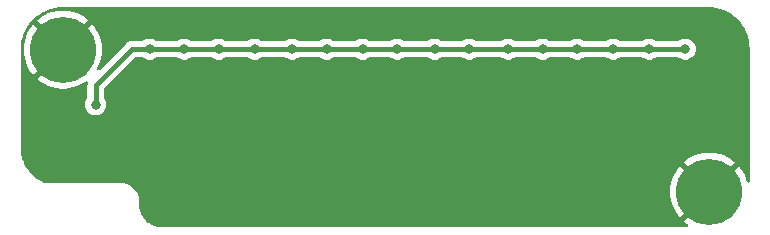
<source format=gbr>
%TF.GenerationSoftware,KiCad,Pcbnew,(7.99.0-267-g8440d7258b)*%
%TF.CreationDate,2023-05-05T03:53:06-07:00*%
%TF.ProjectId,1_2og_lightbar,315f326f-675f-46c6-9967-68746261722e,rev?*%
%TF.SameCoordinates,Original*%
%TF.FileFunction,Copper,L2,Bot*%
%TF.FilePolarity,Positive*%
%FSLAX46Y46*%
G04 Gerber Fmt 4.6, Leading zero omitted, Abs format (unit mm)*
G04 Created by KiCad (PCBNEW (7.99.0-267-g8440d7258b)) date 2023-05-05 03:53:06*
%MOMM*%
%LPD*%
G01*
G04 APERTURE LIST*
%TA.AperFunction,ComponentPad*%
%ADD10C,3.600000*%
%TD*%
%TA.AperFunction,ConnectorPad*%
%ADD11C,5.600000*%
%TD*%
%TA.AperFunction,ViaPad*%
%ADD12C,0.800000*%
%TD*%
%TA.AperFunction,Conductor*%
%ADD13C,0.381000*%
%TD*%
G04 APERTURE END LIST*
D10*
%TO.P,H2,1,1*%
%TO.N,GND*%
X77597000Y-32385000D03*
D11*
X77597000Y-32385000D03*
%TD*%
D10*
%TO.P,H1,1,1*%
%TO.N,GND*%
X22879961Y-20362871D03*
D11*
X22879961Y-20362871D03*
%TD*%
D12*
%TO.N,+5V*%
X57277000Y-20320000D03*
X45212000Y-20320000D03*
X42291000Y-20320000D03*
X63500000Y-20320000D03*
X36068000Y-20320000D03*
X51181000Y-20320000D03*
X39116000Y-20320000D03*
X48260000Y-20320000D03*
X30226000Y-20320000D03*
X33147000Y-20320000D03*
X54356000Y-20320000D03*
X72517000Y-20320000D03*
X60579000Y-20320000D03*
X25654000Y-25019000D03*
X66421000Y-20320000D03*
X69469000Y-20320000D03*
X75565000Y-20320000D03*
%TO.N,GND*%
X56035000Y-21692000D03*
X68227000Y-21692000D03*
X77371000Y-21692000D03*
X52987000Y-21692000D03*
X62131000Y-21692000D03*
X46891000Y-21692000D03*
X43843000Y-21692000D03*
X37747000Y-21692000D03*
X49939000Y-21692000D03*
X40795000Y-21692000D03*
X31623000Y-21717000D03*
X65179000Y-21692000D03*
X71275000Y-21692000D03*
X74323000Y-21692000D03*
X34699000Y-21692000D03*
X59083000Y-21692000D03*
%TD*%
D13*
%TO.N,+5V*%
X66421000Y-20320000D02*
X69469000Y-20320000D01*
X39116000Y-20320000D02*
X42291000Y-20320000D01*
X63500000Y-20320000D02*
X66421000Y-20320000D01*
X25654000Y-25019000D02*
X25654000Y-23368000D01*
X25654000Y-23368000D02*
X28702000Y-20320000D01*
X36068000Y-20320000D02*
X39116000Y-20320000D01*
X60579000Y-20320000D02*
X63500000Y-20320000D01*
X51181000Y-20320000D02*
X54356000Y-20320000D01*
X54356000Y-20320000D02*
X57277000Y-20320000D01*
X42291000Y-20320000D02*
X45212000Y-20320000D01*
X33147000Y-20320000D02*
X36068000Y-20320000D01*
X69469000Y-20320000D02*
X72517000Y-20320000D01*
X48260000Y-20320000D02*
X51181000Y-20320000D01*
X72517000Y-20320000D02*
X75565000Y-20320000D01*
X57277000Y-20320000D02*
X60579000Y-20320000D01*
X30226000Y-20320000D02*
X33147000Y-20320000D01*
X28702000Y-20320000D02*
X30226000Y-20320000D01*
X45212000Y-20320000D02*
X48260000Y-20320000D01*
%TD*%
%TA.AperFunction,Conductor*%
%TO.N,GND*%
G36*
X77600032Y-16764648D02*
G01*
X77749447Y-16771989D01*
X77933466Y-16781633D01*
X77945133Y-16782801D01*
X78108636Y-16807054D01*
X78109669Y-16807213D01*
X78277572Y-16833807D01*
X78288263Y-16835988D01*
X78451273Y-16876819D01*
X78452922Y-16877246D01*
X78614599Y-16920567D01*
X78624237Y-16923578D01*
X78783374Y-16980518D01*
X78786013Y-16981497D01*
X78806242Y-16989262D01*
X78941042Y-17041007D01*
X78949610Y-17044672D01*
X79102905Y-17117176D01*
X79106182Y-17118785D01*
X79131363Y-17131615D01*
X79253602Y-17193898D01*
X79261027Y-17198009D01*
X79344219Y-17247872D01*
X79406767Y-17285362D01*
X79410553Y-17287725D01*
X79549020Y-17377646D01*
X79555348Y-17382040D01*
X79692018Y-17483403D01*
X79696128Y-17486588D01*
X79824328Y-17590403D01*
X79829533Y-17594863D01*
X79925265Y-17681629D01*
X79955651Y-17709169D01*
X79960059Y-17713366D01*
X80076632Y-17829939D01*
X80080829Y-17834347D01*
X80195131Y-17960460D01*
X80199601Y-17965677D01*
X80303400Y-18093858D01*
X80306607Y-18097994D01*
X80340416Y-18143580D01*
X80407955Y-18234646D01*
X80412352Y-18240978D01*
X80502273Y-18379445D01*
X80504636Y-18383231D01*
X80591978Y-18528951D01*
X80596105Y-18536406D01*
X80671213Y-18683816D01*
X80672822Y-18687093D01*
X80745326Y-18840388D01*
X80748996Y-18848968D01*
X80808501Y-19003985D01*
X80809488Y-19006647D01*
X80866414Y-19165743D01*
X80869438Y-19175424D01*
X80912708Y-19336909D01*
X80913217Y-19338874D01*
X80954006Y-19501715D01*
X80956195Y-19512446D01*
X80982771Y-19680242D01*
X80982956Y-19681445D01*
X81007195Y-19844846D01*
X81008367Y-19856552D01*
X81017989Y-20040170D01*
X81017886Y-20040175D01*
X81018011Y-20040574D01*
X81025351Y-20189967D01*
X81025500Y-20196052D01*
X81025500Y-31488086D01*
X81011575Y-31545177D01*
X80972929Y-31589446D01*
X80918240Y-31610951D01*
X80859791Y-31604861D01*
X80810710Y-31572545D01*
X80782020Y-31521259D01*
X80728850Y-31329758D01*
X80596398Y-30997329D01*
X80428781Y-30681170D01*
X80227968Y-30384995D01*
X80100557Y-30234995D01*
X80100556Y-30234994D01*
X77597000Y-32738553D01*
X75444255Y-34891295D01*
X75444256Y-34891296D01*
X75457485Y-34903828D01*
X75742363Y-35120386D01*
X75798646Y-35154250D01*
X75842988Y-35200057D01*
X75858710Y-35261843D01*
X75841654Y-35323274D01*
X75796329Y-35368110D01*
X75734717Y-35384500D01*
X31247330Y-35384500D01*
X31236706Y-35384044D01*
X31158883Y-35377352D01*
X31158151Y-35377287D01*
X30988379Y-35361674D01*
X30973078Y-35359296D01*
X30864529Y-35335402D01*
X30862373Y-35334907D01*
X30728267Y-35302869D01*
X30714845Y-35298849D01*
X30604469Y-35258864D01*
X30601019Y-35257555D01*
X30478638Y-35209055D01*
X30467232Y-35203853D01*
X30360819Y-35148661D01*
X30356286Y-35146189D01*
X30244189Y-35081991D01*
X30234854Y-35076078D01*
X30135594Y-35006798D01*
X30130261Y-35002858D01*
X30029272Y-34924008D01*
X30021948Y-34917820D01*
X29932244Y-34835870D01*
X29926443Y-34830211D01*
X29837910Y-34738006D01*
X29832485Y-34731973D01*
X29754251Y-34639022D01*
X29748365Y-34631453D01*
X29703467Y-34568867D01*
X29673658Y-34527314D01*
X29669965Y-34521864D01*
X29645245Y-34483190D01*
X29604773Y-34419869D01*
X29599237Y-34410292D01*
X29539631Y-34295656D01*
X29537345Y-34291026D01*
X29486535Y-34182491D01*
X29481800Y-34170883D01*
X29475434Y-34152696D01*
X29438293Y-34046584D01*
X29437150Y-34043157D01*
X29401668Y-33931207D01*
X29398203Y-33917662D01*
X29371611Y-33782233D01*
X29371240Y-33780251D01*
X29351757Y-33670722D01*
X29350006Y-33655367D01*
X29341295Y-33484996D01*
X29341267Y-33484422D01*
X29337961Y-33411232D01*
X29338717Y-33390874D01*
X29351125Y-33287484D01*
X29345779Y-33058765D01*
X29307937Y-32833136D01*
X29238369Y-32615188D01*
X29138493Y-32409359D01*
X29122022Y-32385000D01*
X74292152Y-32385000D01*
X74311525Y-32742310D01*
X74369419Y-33095451D01*
X74465149Y-33440241D01*
X74597601Y-33772670D01*
X74765218Y-34088829D01*
X74966031Y-34385004D01*
X75093441Y-34535003D01*
X75093442Y-34535004D01*
X77243447Y-32385001D01*
X77243447Y-32384999D01*
X75093442Y-30234994D01*
X75093441Y-30234995D01*
X74966030Y-30384995D01*
X74765218Y-30681170D01*
X74597601Y-30997329D01*
X74465149Y-31329758D01*
X74369419Y-31674548D01*
X74311525Y-32027689D01*
X74292152Y-32385000D01*
X29122022Y-32385000D01*
X29010341Y-32219839D01*
X28856522Y-32050486D01*
X28680167Y-31904748D01*
X28680168Y-31904748D01*
X28680165Y-31904746D01*
X28484862Y-31785588D01*
X28274598Y-31695441D01*
X28053637Y-31636133D01*
X27957031Y-31624540D01*
X27949233Y-31622500D01*
X27947485Y-31622500D01*
X27932629Y-31621607D01*
X27914913Y-31619469D01*
X27896799Y-31622500D01*
X21362719Y-31622500D01*
X21311836Y-31611579D01*
X21237964Y-31578338D01*
X21237441Y-31578101D01*
X21036408Y-31486519D01*
X21025702Y-31480999D01*
X20898694Y-31407494D01*
X20897210Y-31406622D01*
X20742727Y-31314329D01*
X20733625Y-31308333D01*
X20608311Y-31217644D01*
X20606006Y-31215935D01*
X20469006Y-31111874D01*
X20461478Y-31105674D01*
X20343729Y-31000666D01*
X20340774Y-30997944D01*
X20218338Y-30881419D01*
X20212314Y-30875274D01*
X20104867Y-30757770D01*
X20101462Y-30753887D01*
X19993546Y-30625523D01*
X19988942Y-30619700D01*
X19893581Y-30491328D01*
X19889991Y-30486228D01*
X19797180Y-30347011D01*
X19793829Y-30341696D01*
X19759595Y-30284207D01*
X19712015Y-30204307D01*
X19708416Y-30197827D01*
X19631435Y-30048849D01*
X19629198Y-30044291D01*
X19562003Y-29899797D01*
X19558668Y-29891920D01*
X19553604Y-29878703D01*
X75444255Y-29878703D01*
X77597000Y-32031447D01*
X77597001Y-32031447D01*
X79749743Y-29878703D01*
X79749742Y-29878702D01*
X79736514Y-29866171D01*
X79451636Y-29649613D01*
X79145015Y-29465126D01*
X78820253Y-29314875D01*
X78481140Y-29200614D01*
X78131664Y-29123689D01*
X77775922Y-29085000D01*
X77418078Y-29085000D01*
X77062335Y-29123689D01*
X76712859Y-29200614D01*
X76373746Y-29314875D01*
X76048984Y-29465126D01*
X75742363Y-29649613D01*
X75457486Y-29866170D01*
X75444256Y-29878702D01*
X75444255Y-29878703D01*
X19553604Y-29878703D01*
X19498204Y-29734098D01*
X19496828Y-29730325D01*
X19445175Y-29581218D01*
X19442348Y-29571884D01*
X19398976Y-29405365D01*
X19398285Y-29402581D01*
X19377595Y-29314875D01*
X19362776Y-29252056D01*
X19360751Y-29241396D01*
X19334928Y-29062985D01*
X19334765Y-29061799D01*
X19315730Y-28916039D01*
X19314753Y-28904039D01*
X19307526Y-28682902D01*
X19304586Y-28578111D01*
X19304568Y-28571912D01*
X19305512Y-28529100D01*
X19304500Y-28523937D01*
X19304500Y-22869166D01*
X20727216Y-22869166D01*
X20727217Y-22869167D01*
X20740446Y-22881699D01*
X21025324Y-23098257D01*
X21331945Y-23282744D01*
X21656707Y-23432995D01*
X21995820Y-23547256D01*
X22345296Y-23624181D01*
X22701039Y-23662871D01*
X23058883Y-23662871D01*
X23414625Y-23624181D01*
X23764101Y-23547256D01*
X24103214Y-23432995D01*
X24427976Y-23282744D01*
X24734593Y-23098259D01*
X24787400Y-23058116D01*
X24845956Y-23033932D01*
X24908815Y-23041828D01*
X24959570Y-23079744D01*
X24984971Y-23137782D01*
X24979885Y-23186466D01*
X24979967Y-23186476D01*
X24979376Y-23191338D01*
X24978389Y-23200792D01*
X24978152Y-23201414D01*
X24971006Y-23260266D01*
X24969879Y-23267668D01*
X24959195Y-23325971D01*
X24962774Y-23385139D01*
X24963000Y-23392626D01*
X24963000Y-24393058D01*
X24954764Y-24437497D01*
X24931150Y-24476029D01*
X24924002Y-24483967D01*
X24921464Y-24486787D01*
X24826820Y-24650715D01*
X24768326Y-24830742D01*
X24748540Y-25019000D01*
X24768326Y-25207257D01*
X24826820Y-25387284D01*
X24921466Y-25551216D01*
X25048129Y-25691889D01*
X25201269Y-25803151D01*
X25374197Y-25880144D01*
X25559352Y-25919500D01*
X25559354Y-25919500D01*
X25748646Y-25919500D01*
X25748648Y-25919500D01*
X25872083Y-25893262D01*
X25933803Y-25880144D01*
X26106730Y-25803151D01*
X26259871Y-25691888D01*
X26386533Y-25551216D01*
X26481179Y-25387284D01*
X26539674Y-25207256D01*
X26559460Y-25019000D01*
X26539674Y-24830744D01*
X26481179Y-24650716D01*
X26481179Y-24650715D01*
X26386535Y-24486787D01*
X26386534Y-24486786D01*
X26386533Y-24486784D01*
X26376849Y-24476029D01*
X26353236Y-24437497D01*
X26345000Y-24393058D01*
X26345000Y-23705584D01*
X26354439Y-23658131D01*
X26381319Y-23617903D01*
X28951903Y-21047319D01*
X28992131Y-21020439D01*
X29039584Y-21011000D01*
X29604768Y-21011000D01*
X29643086Y-21017069D01*
X29677652Y-21034681D01*
X29773270Y-21104151D01*
X29773271Y-21104151D01*
X29773272Y-21104152D01*
X29946197Y-21181144D01*
X30131352Y-21220500D01*
X30131354Y-21220500D01*
X30320646Y-21220500D01*
X30320648Y-21220500D01*
X30444083Y-21194262D01*
X30505803Y-21181144D01*
X30678730Y-21104151D01*
X30774347Y-21034681D01*
X30808914Y-21017069D01*
X30847232Y-21011000D01*
X32525768Y-21011000D01*
X32564086Y-21017069D01*
X32598652Y-21034681D01*
X32694270Y-21104151D01*
X32694271Y-21104151D01*
X32694272Y-21104152D01*
X32867197Y-21181144D01*
X33052352Y-21220500D01*
X33052354Y-21220500D01*
X33241646Y-21220500D01*
X33241648Y-21220500D01*
X33365083Y-21194262D01*
X33426803Y-21181144D01*
X33599730Y-21104151D01*
X33695347Y-21034681D01*
X33729914Y-21017069D01*
X33768232Y-21011000D01*
X35446768Y-21011000D01*
X35485086Y-21017069D01*
X35519652Y-21034681D01*
X35615270Y-21104151D01*
X35615271Y-21104151D01*
X35615272Y-21104152D01*
X35788197Y-21181144D01*
X35973352Y-21220500D01*
X35973354Y-21220500D01*
X36162646Y-21220500D01*
X36162648Y-21220500D01*
X36286084Y-21194262D01*
X36347803Y-21181144D01*
X36520730Y-21104151D01*
X36616347Y-21034681D01*
X36650914Y-21017069D01*
X36689232Y-21011000D01*
X38494768Y-21011000D01*
X38533086Y-21017069D01*
X38567652Y-21034681D01*
X38663270Y-21104151D01*
X38663271Y-21104151D01*
X38663272Y-21104152D01*
X38836197Y-21181144D01*
X39021352Y-21220500D01*
X39021354Y-21220500D01*
X39210646Y-21220500D01*
X39210648Y-21220500D01*
X39334084Y-21194262D01*
X39395803Y-21181144D01*
X39568730Y-21104151D01*
X39664347Y-21034681D01*
X39698914Y-21017069D01*
X39737232Y-21011000D01*
X41669768Y-21011000D01*
X41708086Y-21017069D01*
X41742652Y-21034681D01*
X41838270Y-21104151D01*
X41838271Y-21104151D01*
X41838272Y-21104152D01*
X42011197Y-21181144D01*
X42196352Y-21220500D01*
X42196354Y-21220500D01*
X42385646Y-21220500D01*
X42385648Y-21220500D01*
X42509084Y-21194262D01*
X42570803Y-21181144D01*
X42743730Y-21104151D01*
X42839347Y-21034681D01*
X42873914Y-21017069D01*
X42912232Y-21011000D01*
X44590768Y-21011000D01*
X44629086Y-21017069D01*
X44663652Y-21034681D01*
X44759270Y-21104151D01*
X44759271Y-21104151D01*
X44759272Y-21104152D01*
X44932197Y-21181144D01*
X45117352Y-21220500D01*
X45117354Y-21220500D01*
X45306646Y-21220500D01*
X45306648Y-21220500D01*
X45430084Y-21194262D01*
X45491803Y-21181144D01*
X45664730Y-21104151D01*
X45760347Y-21034681D01*
X45794914Y-21017069D01*
X45833232Y-21011000D01*
X47638768Y-21011000D01*
X47677086Y-21017069D01*
X47711652Y-21034681D01*
X47807270Y-21104151D01*
X47807271Y-21104151D01*
X47807272Y-21104152D01*
X47980197Y-21181144D01*
X48165352Y-21220500D01*
X48165354Y-21220500D01*
X48354646Y-21220500D01*
X48354648Y-21220500D01*
X48478084Y-21194262D01*
X48539803Y-21181144D01*
X48712730Y-21104151D01*
X48808347Y-21034681D01*
X48842914Y-21017069D01*
X48881232Y-21011000D01*
X50559768Y-21011000D01*
X50598086Y-21017069D01*
X50632652Y-21034681D01*
X50728270Y-21104151D01*
X50728271Y-21104151D01*
X50728272Y-21104152D01*
X50901197Y-21181144D01*
X51086352Y-21220500D01*
X51086354Y-21220500D01*
X51275646Y-21220500D01*
X51275648Y-21220500D01*
X51399084Y-21194262D01*
X51460803Y-21181144D01*
X51633730Y-21104151D01*
X51729347Y-21034681D01*
X51763914Y-21017069D01*
X51802232Y-21011000D01*
X53734768Y-21011000D01*
X53773086Y-21017069D01*
X53807652Y-21034681D01*
X53903270Y-21104151D01*
X53903271Y-21104151D01*
X53903272Y-21104152D01*
X54076197Y-21181144D01*
X54261352Y-21220500D01*
X54261354Y-21220500D01*
X54450646Y-21220500D01*
X54450648Y-21220500D01*
X54574084Y-21194262D01*
X54635803Y-21181144D01*
X54808730Y-21104151D01*
X54904347Y-21034681D01*
X54938914Y-21017069D01*
X54977232Y-21011000D01*
X56655768Y-21011000D01*
X56694086Y-21017069D01*
X56728652Y-21034681D01*
X56824270Y-21104151D01*
X56824271Y-21104151D01*
X56824272Y-21104152D01*
X56997197Y-21181144D01*
X57182352Y-21220500D01*
X57182354Y-21220500D01*
X57371646Y-21220500D01*
X57371648Y-21220500D01*
X57495084Y-21194262D01*
X57556803Y-21181144D01*
X57729730Y-21104151D01*
X57825347Y-21034681D01*
X57859914Y-21017069D01*
X57898232Y-21011000D01*
X59957768Y-21011000D01*
X59996086Y-21017069D01*
X60030652Y-21034681D01*
X60126270Y-21104151D01*
X60126271Y-21104151D01*
X60126272Y-21104152D01*
X60299197Y-21181144D01*
X60484352Y-21220500D01*
X60484354Y-21220500D01*
X60673646Y-21220500D01*
X60673648Y-21220500D01*
X60797084Y-21194262D01*
X60858803Y-21181144D01*
X61031730Y-21104151D01*
X61127347Y-21034681D01*
X61161914Y-21017069D01*
X61200232Y-21011000D01*
X62878768Y-21011000D01*
X62917086Y-21017069D01*
X62951652Y-21034681D01*
X63047270Y-21104151D01*
X63047271Y-21104151D01*
X63047272Y-21104152D01*
X63220197Y-21181144D01*
X63405352Y-21220500D01*
X63405354Y-21220500D01*
X63594646Y-21220500D01*
X63594648Y-21220500D01*
X63718084Y-21194262D01*
X63779803Y-21181144D01*
X63952730Y-21104151D01*
X64048347Y-21034681D01*
X64082914Y-21017069D01*
X64121232Y-21011000D01*
X65799768Y-21011000D01*
X65838086Y-21017069D01*
X65872652Y-21034681D01*
X65968270Y-21104151D01*
X65968271Y-21104151D01*
X65968272Y-21104152D01*
X66141197Y-21181144D01*
X66326352Y-21220500D01*
X66326354Y-21220500D01*
X66515646Y-21220500D01*
X66515648Y-21220500D01*
X66639084Y-21194262D01*
X66700803Y-21181144D01*
X66873730Y-21104151D01*
X66969347Y-21034681D01*
X67003914Y-21017069D01*
X67042232Y-21011000D01*
X68847768Y-21011000D01*
X68886086Y-21017069D01*
X68920652Y-21034681D01*
X69016270Y-21104151D01*
X69016271Y-21104151D01*
X69016272Y-21104152D01*
X69189197Y-21181144D01*
X69374352Y-21220500D01*
X69374354Y-21220500D01*
X69563646Y-21220500D01*
X69563648Y-21220500D01*
X69687084Y-21194262D01*
X69748803Y-21181144D01*
X69921730Y-21104151D01*
X70017347Y-21034681D01*
X70051914Y-21017069D01*
X70090232Y-21011000D01*
X71895768Y-21011000D01*
X71934086Y-21017069D01*
X71968652Y-21034681D01*
X72064270Y-21104151D01*
X72064271Y-21104151D01*
X72064272Y-21104152D01*
X72237197Y-21181144D01*
X72422352Y-21220500D01*
X72422354Y-21220500D01*
X72611646Y-21220500D01*
X72611648Y-21220500D01*
X72735084Y-21194262D01*
X72796803Y-21181144D01*
X72969730Y-21104151D01*
X73065347Y-21034681D01*
X73099914Y-21017069D01*
X73138232Y-21011000D01*
X74943768Y-21011000D01*
X74982086Y-21017069D01*
X75016652Y-21034681D01*
X75112270Y-21104151D01*
X75112271Y-21104151D01*
X75112272Y-21104152D01*
X75285197Y-21181144D01*
X75470352Y-21220500D01*
X75470354Y-21220500D01*
X75659646Y-21220500D01*
X75659648Y-21220500D01*
X75783084Y-21194262D01*
X75844803Y-21181144D01*
X76017730Y-21104151D01*
X76170871Y-20992888D01*
X76297533Y-20852216D01*
X76392179Y-20688284D01*
X76450674Y-20508256D01*
X76470460Y-20320000D01*
X76450674Y-20131744D01*
X76409674Y-20005560D01*
X76392179Y-19951715D01*
X76297533Y-19787783D01*
X76170870Y-19647110D01*
X76017730Y-19535848D01*
X75844802Y-19458855D01*
X75659648Y-19419500D01*
X75659646Y-19419500D01*
X75470354Y-19419500D01*
X75470352Y-19419500D01*
X75285197Y-19458855D01*
X75112272Y-19535847D01*
X75047511Y-19582898D01*
X75019703Y-19603103D01*
X75016654Y-19605318D01*
X74982086Y-19622931D01*
X74943768Y-19629000D01*
X73138232Y-19629000D01*
X73099914Y-19622931D01*
X73065346Y-19605318D01*
X73062297Y-19603103D01*
X72969730Y-19535849D01*
X72969729Y-19535848D01*
X72969727Y-19535847D01*
X72796802Y-19458855D01*
X72611648Y-19419500D01*
X72611646Y-19419500D01*
X72422354Y-19419500D01*
X72422352Y-19419500D01*
X72237197Y-19458855D01*
X72064272Y-19535847D01*
X71999511Y-19582898D01*
X71971703Y-19603103D01*
X71968654Y-19605318D01*
X71934086Y-19622931D01*
X71895768Y-19629000D01*
X70090232Y-19629000D01*
X70051914Y-19622931D01*
X70017346Y-19605318D01*
X70014297Y-19603103D01*
X69921730Y-19535849D01*
X69921729Y-19535848D01*
X69921727Y-19535847D01*
X69748802Y-19458855D01*
X69563648Y-19419500D01*
X69563646Y-19419500D01*
X69374354Y-19419500D01*
X69374352Y-19419500D01*
X69189197Y-19458855D01*
X69016272Y-19535847D01*
X68951511Y-19582898D01*
X68923703Y-19603103D01*
X68920654Y-19605318D01*
X68886086Y-19622931D01*
X68847768Y-19629000D01*
X67042232Y-19629000D01*
X67003914Y-19622931D01*
X66969346Y-19605318D01*
X66966297Y-19603103D01*
X66873730Y-19535849D01*
X66873729Y-19535848D01*
X66873727Y-19535847D01*
X66700802Y-19458855D01*
X66515648Y-19419500D01*
X66515646Y-19419500D01*
X66326354Y-19419500D01*
X66326352Y-19419500D01*
X66141197Y-19458855D01*
X65968272Y-19535847D01*
X65903511Y-19582898D01*
X65875703Y-19603103D01*
X65872654Y-19605318D01*
X65838086Y-19622931D01*
X65799768Y-19629000D01*
X64121232Y-19629000D01*
X64082914Y-19622931D01*
X64048346Y-19605318D01*
X64045297Y-19603103D01*
X63952730Y-19535849D01*
X63952729Y-19535848D01*
X63952727Y-19535847D01*
X63779802Y-19458855D01*
X63594648Y-19419500D01*
X63594646Y-19419500D01*
X63405354Y-19419500D01*
X63405352Y-19419500D01*
X63220197Y-19458855D01*
X63047272Y-19535847D01*
X62982511Y-19582898D01*
X62954703Y-19603103D01*
X62951654Y-19605318D01*
X62917086Y-19622931D01*
X62878768Y-19629000D01*
X61200232Y-19629000D01*
X61161914Y-19622931D01*
X61127346Y-19605318D01*
X61124297Y-19603103D01*
X61031730Y-19535849D01*
X61031729Y-19535848D01*
X61031727Y-19535847D01*
X60858802Y-19458855D01*
X60673648Y-19419500D01*
X60673646Y-19419500D01*
X60484354Y-19419500D01*
X60484352Y-19419500D01*
X60299197Y-19458855D01*
X60126272Y-19535847D01*
X60061511Y-19582898D01*
X60033703Y-19603103D01*
X60030654Y-19605318D01*
X59996086Y-19622931D01*
X59957768Y-19629000D01*
X57898232Y-19629000D01*
X57859914Y-19622931D01*
X57825346Y-19605318D01*
X57822297Y-19603103D01*
X57729730Y-19535849D01*
X57729729Y-19535848D01*
X57729727Y-19535847D01*
X57556802Y-19458855D01*
X57371648Y-19419500D01*
X57371646Y-19419500D01*
X57182354Y-19419500D01*
X57182352Y-19419500D01*
X56997197Y-19458855D01*
X56824272Y-19535847D01*
X56759511Y-19582898D01*
X56731703Y-19603103D01*
X56728654Y-19605318D01*
X56694086Y-19622931D01*
X56655768Y-19629000D01*
X54977232Y-19629000D01*
X54938914Y-19622931D01*
X54904346Y-19605318D01*
X54901297Y-19603103D01*
X54808730Y-19535849D01*
X54808729Y-19535848D01*
X54808727Y-19535847D01*
X54635802Y-19458855D01*
X54450648Y-19419500D01*
X54450646Y-19419500D01*
X54261354Y-19419500D01*
X54261352Y-19419500D01*
X54076197Y-19458855D01*
X53903272Y-19535847D01*
X53838511Y-19582898D01*
X53810703Y-19603103D01*
X53807654Y-19605318D01*
X53773086Y-19622931D01*
X53734768Y-19629000D01*
X51802232Y-19629000D01*
X51763914Y-19622931D01*
X51729346Y-19605318D01*
X51726297Y-19603103D01*
X51633730Y-19535849D01*
X51633729Y-19535848D01*
X51633727Y-19535847D01*
X51460802Y-19458855D01*
X51275648Y-19419500D01*
X51275646Y-19419500D01*
X51086354Y-19419500D01*
X51086352Y-19419500D01*
X50901197Y-19458855D01*
X50728272Y-19535847D01*
X50663511Y-19582898D01*
X50635703Y-19603103D01*
X50632654Y-19605318D01*
X50598086Y-19622931D01*
X50559768Y-19629000D01*
X48881232Y-19629000D01*
X48842914Y-19622931D01*
X48808346Y-19605318D01*
X48805297Y-19603103D01*
X48712730Y-19535849D01*
X48712729Y-19535848D01*
X48712727Y-19535847D01*
X48539802Y-19458855D01*
X48354648Y-19419500D01*
X48354646Y-19419500D01*
X48165354Y-19419500D01*
X48165352Y-19419500D01*
X47980197Y-19458855D01*
X47807272Y-19535847D01*
X47742511Y-19582898D01*
X47714703Y-19603103D01*
X47711654Y-19605318D01*
X47677086Y-19622931D01*
X47638768Y-19629000D01*
X45833232Y-19629000D01*
X45794914Y-19622931D01*
X45760346Y-19605318D01*
X45757297Y-19603103D01*
X45664730Y-19535849D01*
X45664729Y-19535848D01*
X45664727Y-19535847D01*
X45491802Y-19458855D01*
X45306648Y-19419500D01*
X45306646Y-19419500D01*
X45117354Y-19419500D01*
X45117352Y-19419500D01*
X44932197Y-19458855D01*
X44759272Y-19535847D01*
X44694511Y-19582898D01*
X44666703Y-19603103D01*
X44663654Y-19605318D01*
X44629086Y-19622931D01*
X44590768Y-19629000D01*
X42912232Y-19629000D01*
X42873914Y-19622931D01*
X42839346Y-19605318D01*
X42836297Y-19603103D01*
X42743730Y-19535849D01*
X42743729Y-19535848D01*
X42743727Y-19535847D01*
X42570802Y-19458855D01*
X42385648Y-19419500D01*
X42385646Y-19419500D01*
X42196354Y-19419500D01*
X42196352Y-19419500D01*
X42011197Y-19458855D01*
X41838272Y-19535847D01*
X41773511Y-19582898D01*
X41745703Y-19603103D01*
X41742654Y-19605318D01*
X41708086Y-19622931D01*
X41669768Y-19629000D01*
X39737232Y-19629000D01*
X39698914Y-19622931D01*
X39664346Y-19605318D01*
X39661297Y-19603103D01*
X39568730Y-19535849D01*
X39568729Y-19535848D01*
X39568727Y-19535847D01*
X39395802Y-19458855D01*
X39210648Y-19419500D01*
X39210646Y-19419500D01*
X39021354Y-19419500D01*
X39021352Y-19419500D01*
X38836197Y-19458855D01*
X38663272Y-19535847D01*
X38598511Y-19582898D01*
X38570703Y-19603103D01*
X38567654Y-19605318D01*
X38533086Y-19622931D01*
X38494768Y-19629000D01*
X36689232Y-19629000D01*
X36650914Y-19622931D01*
X36616346Y-19605318D01*
X36613297Y-19603103D01*
X36520730Y-19535849D01*
X36520729Y-19535848D01*
X36520727Y-19535847D01*
X36347802Y-19458855D01*
X36162648Y-19419500D01*
X36162646Y-19419500D01*
X35973354Y-19419500D01*
X35973352Y-19419500D01*
X35788197Y-19458855D01*
X35615272Y-19535847D01*
X35550511Y-19582898D01*
X35522703Y-19603103D01*
X35519654Y-19605318D01*
X35485086Y-19622931D01*
X35446768Y-19629000D01*
X33768232Y-19629000D01*
X33729914Y-19622931D01*
X33695346Y-19605318D01*
X33692297Y-19603103D01*
X33599730Y-19535849D01*
X33599729Y-19535848D01*
X33599727Y-19535847D01*
X33426802Y-19458855D01*
X33241648Y-19419500D01*
X33241646Y-19419500D01*
X33052354Y-19419500D01*
X33052352Y-19419500D01*
X32867197Y-19458855D01*
X32694272Y-19535847D01*
X32629511Y-19582898D01*
X32601703Y-19603103D01*
X32598654Y-19605318D01*
X32564086Y-19622931D01*
X32525768Y-19629000D01*
X30847232Y-19629000D01*
X30808914Y-19622931D01*
X30774346Y-19605318D01*
X30771297Y-19603103D01*
X30678730Y-19535849D01*
X30678729Y-19535848D01*
X30678727Y-19535847D01*
X30505802Y-19458855D01*
X30320648Y-19419500D01*
X30320646Y-19419500D01*
X30131354Y-19419500D01*
X30131352Y-19419500D01*
X29946197Y-19458855D01*
X29773272Y-19535847D01*
X29708511Y-19582898D01*
X29680703Y-19603103D01*
X29677654Y-19605318D01*
X29643086Y-19622931D01*
X29604768Y-19629000D01*
X28726626Y-19629000D01*
X28719139Y-19628774D01*
X28679165Y-19626356D01*
X28659972Y-19625195D01*
X28659971Y-19625195D01*
X28601668Y-19635879D01*
X28594266Y-19637005D01*
X28535418Y-19644152D01*
X28535416Y-19644152D01*
X28535413Y-19644153D01*
X28526203Y-19647645D01*
X28504604Y-19653666D01*
X28494917Y-19655441D01*
X28440864Y-19679768D01*
X28433950Y-19682632D01*
X28378515Y-19703656D01*
X28370409Y-19709252D01*
X28350875Y-19720269D01*
X28345695Y-19722601D01*
X28341894Y-19724312D01*
X28295243Y-19760861D01*
X28289212Y-19765298D01*
X28240415Y-19798980D01*
X28201104Y-19843352D01*
X28195972Y-19848804D01*
X25995488Y-22049288D01*
X25934463Y-22082708D01*
X25865046Y-22078001D01*
X25809091Y-22036648D01*
X25784216Y-21971670D01*
X25798252Y-21903524D01*
X25879359Y-21750541D01*
X26011811Y-21418112D01*
X26107541Y-21073322D01*
X26165435Y-20720181D01*
X26184808Y-20362870D01*
X26165435Y-20005560D01*
X26107541Y-19652419D01*
X26011811Y-19307629D01*
X25879359Y-18975200D01*
X25711742Y-18659041D01*
X25510929Y-18362866D01*
X25383518Y-18212866D01*
X25383517Y-18212865D01*
X22879961Y-20716424D01*
X20727216Y-22869166D01*
X19304500Y-22869166D01*
X19304500Y-20362870D01*
X19575113Y-20362870D01*
X19594486Y-20720181D01*
X19652380Y-21073322D01*
X19748110Y-21418112D01*
X19880562Y-21750541D01*
X20048179Y-22066700D01*
X20248992Y-22362875D01*
X20376402Y-22512874D01*
X20376403Y-22512875D01*
X22526408Y-20362872D01*
X22526408Y-20362870D01*
X20376403Y-18212865D01*
X20376402Y-18212866D01*
X20248991Y-18362866D01*
X20048179Y-18659041D01*
X19880562Y-18975200D01*
X19748110Y-19307629D01*
X19652380Y-19652419D01*
X19594486Y-20005560D01*
X19575113Y-20362870D01*
X19304500Y-20362870D01*
X19304500Y-20323051D01*
X19304649Y-20316967D01*
X19311997Y-20167381D01*
X19322308Y-19970655D01*
X19323475Y-19958997D01*
X19348408Y-19790914D01*
X19348465Y-19790542D01*
X19376458Y-19613801D01*
X19378633Y-19603137D01*
X19420702Y-19435191D01*
X19421163Y-19433412D01*
X19466469Y-19264327D01*
X19469489Y-19254663D01*
X19528275Y-19090367D01*
X19529237Y-19087767D01*
X19591413Y-18925793D01*
X19595077Y-18917229D01*
X19612226Y-18880970D01*
X19670045Y-18758721D01*
X19671562Y-18755631D01*
X19750031Y-18601629D01*
X19754109Y-18594263D01*
X19844473Y-18443500D01*
X19846766Y-18439826D01*
X19940634Y-18295282D01*
X19945000Y-18288996D01*
X20049823Y-18147658D01*
X20052984Y-18143580D01*
X20161330Y-18009783D01*
X20165748Y-18004628D01*
X20284021Y-17874134D01*
X20288138Y-17869810D01*
X20301374Y-17856574D01*
X20727216Y-17856574D01*
X22879961Y-20009318D01*
X22879962Y-20009318D01*
X25032704Y-17856574D01*
X25032703Y-17856573D01*
X25019475Y-17844042D01*
X24734597Y-17627484D01*
X24427976Y-17442997D01*
X24103214Y-17292746D01*
X23764101Y-17178485D01*
X23414625Y-17101560D01*
X23058883Y-17062871D01*
X22701039Y-17062871D01*
X22345296Y-17101560D01*
X21995820Y-17178485D01*
X21656707Y-17292746D01*
X21331945Y-17442997D01*
X21025324Y-17627484D01*
X20740447Y-17844041D01*
X20727217Y-17856573D01*
X20727216Y-17856574D01*
X20301374Y-17856574D01*
X20409810Y-17748138D01*
X20414134Y-17744021D01*
X20544628Y-17625748D01*
X20549783Y-17621330D01*
X20683580Y-17512984D01*
X20687658Y-17509823D01*
X20828996Y-17405000D01*
X20835282Y-17400634D01*
X20979826Y-17306766D01*
X20983500Y-17304473D01*
X21134263Y-17214109D01*
X21141629Y-17210031D01*
X21295631Y-17131562D01*
X21298721Y-17130045D01*
X21457229Y-17055077D01*
X21465793Y-17051413D01*
X21627767Y-16989237D01*
X21630367Y-16988275D01*
X21794663Y-16929489D01*
X21804327Y-16926469D01*
X21973412Y-16881163D01*
X21975191Y-16880702D01*
X22143137Y-16838633D01*
X22153801Y-16836458D01*
X22330542Y-16808465D01*
X22330914Y-16808408D01*
X22498997Y-16783475D01*
X22510653Y-16782308D01*
X22707411Y-16771996D01*
X22853411Y-16764823D01*
X22856968Y-16764649D01*
X22863051Y-16764500D01*
X77593949Y-16764500D01*
X77600032Y-16764648D01*
G37*
%TD.AperFunction*%
%TD*%
M02*

</source>
